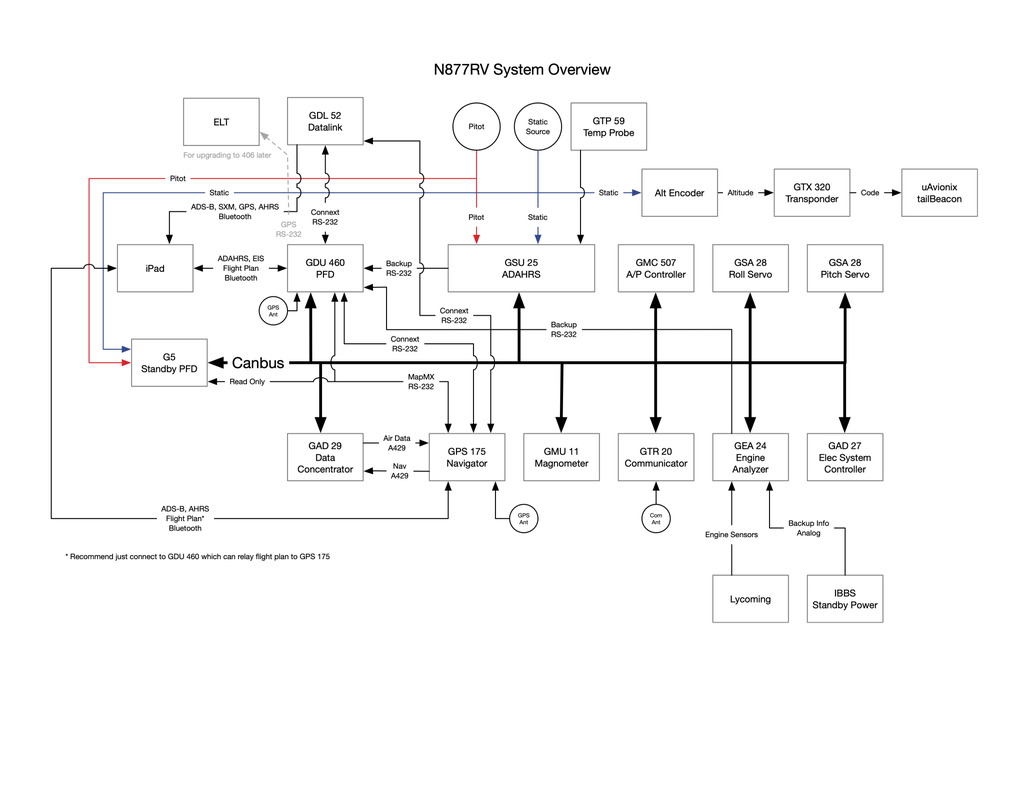
<source format=kicad_sch>
(kicad_sch (version 20230121) (generator eeschema)
  (paper "USLetter")
  (title_block (title "System Overview") (date "2024-02-14") (rev "0.9.3") (company "N877RV"))
  (lib_symbols)
  (image (at 139.7 92.71) (scale 0.761423))
)
</source>
